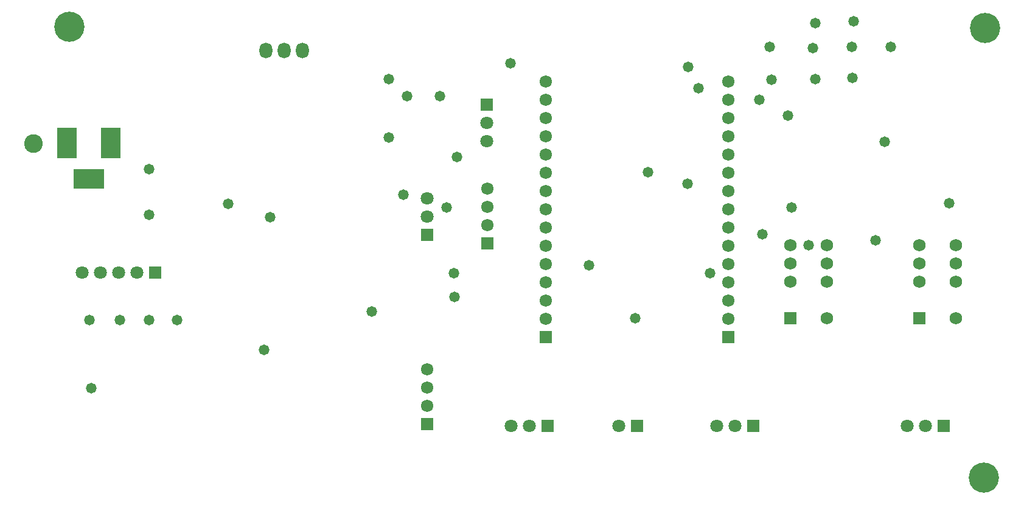
<source format=gbs>
G04*
G04 #@! TF.GenerationSoftware,Altium Limited,Altium Designer,21.2.1 (34)*
G04*
G04 Layer_Color=16711935*
%FSTAX24Y24*%
%MOIN*%
G70*
G04*
G04 #@! TF.SameCoordinates,F2E00263-BE93-4D19-96D2-DD2F20D6CEC5*
G04*
G04*
G04 #@! TF.FilePolarity,Negative*
G04*
G01*
G75*
%ADD58R,0.1680X0.1080*%
%ADD59R,0.1080X0.1680*%
%ADD60C,0.0710*%
%ADD61R,0.0710X0.0710*%
%ADD62C,0.1655*%
%ADD63R,0.0678X0.0678*%
%ADD64C,0.0678*%
%ADD65R,0.0710X0.0710*%
%ADD66C,0.0680*%
%ADD67R,0.0680X0.0680*%
%ADD68O,0.0710X0.0867*%
%ADD69C,0.1025*%
%ADD70C,0.0580*%
D58*
X01226Y04048D02*
D03*
D59*
X01105Y04245D02*
D03*
X01345Y04246D02*
D03*
D60*
X0308Y0394D02*
D03*
Y0384D02*
D03*
X0149Y03535D02*
D03*
X0139D02*
D03*
X0129D02*
D03*
X0119D02*
D03*
X0413Y02695D02*
D03*
X04765D02*
D03*
X04665D02*
D03*
X0364D02*
D03*
X0354D02*
D03*
X0581D02*
D03*
X0571D02*
D03*
X03405Y04355D02*
D03*
Y04255D02*
D03*
D61*
X0308Y0374D02*
D03*
X03405Y04455D02*
D03*
D62*
X0112Y0488D02*
D03*
X0613Y0241D02*
D03*
X06135Y04875D02*
D03*
D63*
X0373Y031808D02*
D03*
X0308Y02705D02*
D03*
X0341Y03695D02*
D03*
X0473Y031808D02*
D03*
D64*
X0373Y032808D02*
D03*
Y033808D02*
D03*
Y034808D02*
D03*
Y035808D02*
D03*
Y036808D02*
D03*
Y037808D02*
D03*
Y038808D02*
D03*
Y039808D02*
D03*
Y040808D02*
D03*
Y041808D02*
D03*
Y042808D02*
D03*
Y043808D02*
D03*
Y044808D02*
D03*
Y045808D02*
D03*
X0308Y02805D02*
D03*
Y02905D02*
D03*
Y03005D02*
D03*
X0341Y03795D02*
D03*
Y03895D02*
D03*
Y03995D02*
D03*
X0473Y045808D02*
D03*
Y044808D02*
D03*
Y043808D02*
D03*
Y042808D02*
D03*
Y041808D02*
D03*
Y040808D02*
D03*
Y039808D02*
D03*
Y038808D02*
D03*
Y037808D02*
D03*
Y036808D02*
D03*
Y035808D02*
D03*
Y034808D02*
D03*
Y033808D02*
D03*
Y032808D02*
D03*
D65*
X0159Y03535D02*
D03*
X0423Y02695D02*
D03*
X04865D02*
D03*
X0374D02*
D03*
X0591D02*
D03*
D66*
X05775Y03685D02*
D03*
X05975Y03685D02*
D03*
X05775Y03585D02*
D03*
X05975D02*
D03*
X05775Y03485D02*
D03*
X05975Y03485D02*
D03*
Y03285D02*
D03*
X05069Y03686D02*
D03*
X05269Y03686D02*
D03*
X05069Y03586D02*
D03*
X05269D02*
D03*
X05069Y03486D02*
D03*
X05269Y03486D02*
D03*
Y03286D02*
D03*
D67*
X05775Y03285D02*
D03*
X05069Y03286D02*
D03*
D68*
X02395Y0475D02*
D03*
X02295D02*
D03*
X02195D02*
D03*
D69*
X00924Y04242D02*
D03*
D70*
X05205Y049D02*
D03*
X051934Y047634D02*
D03*
X045665Y045448D02*
D03*
X02185Y0311D02*
D03*
X0287Y04275D02*
D03*
X0199Y0391D02*
D03*
X0222Y038375D02*
D03*
X05055Y04395D02*
D03*
X05585Y0425D02*
D03*
X05535Y0371D02*
D03*
X05405Y0477D02*
D03*
X05205Y04595D02*
D03*
X05415Y0491D02*
D03*
X0541Y046D02*
D03*
X0562Y0477D02*
D03*
X04915Y03745D02*
D03*
X0463Y0353D02*
D03*
X03535Y0468D02*
D03*
X0429Y04085D02*
D03*
X0451Y0466D02*
D03*
X032425Y041675D02*
D03*
X03185Y0389D02*
D03*
X03225Y0353D02*
D03*
X01555Y041D02*
D03*
Y0385D02*
D03*
X0287Y04595D02*
D03*
X0315Y045D02*
D03*
X0297D02*
D03*
X0295Y0396D02*
D03*
X0323Y034D02*
D03*
X04505Y0402D02*
D03*
X04955Y0477D02*
D03*
X04965Y0459D02*
D03*
X05075Y0389D02*
D03*
X0517Y03685D02*
D03*
X0422Y03285D02*
D03*
X049Y0448D02*
D03*
X0594Y03915D02*
D03*
X03965Y03575D02*
D03*
X02775Y0332D02*
D03*
X0171Y03275D02*
D03*
X0124Y029D02*
D03*
X0123Y03275D02*
D03*
X01395D02*
D03*
X01555D02*
D03*
M02*

</source>
